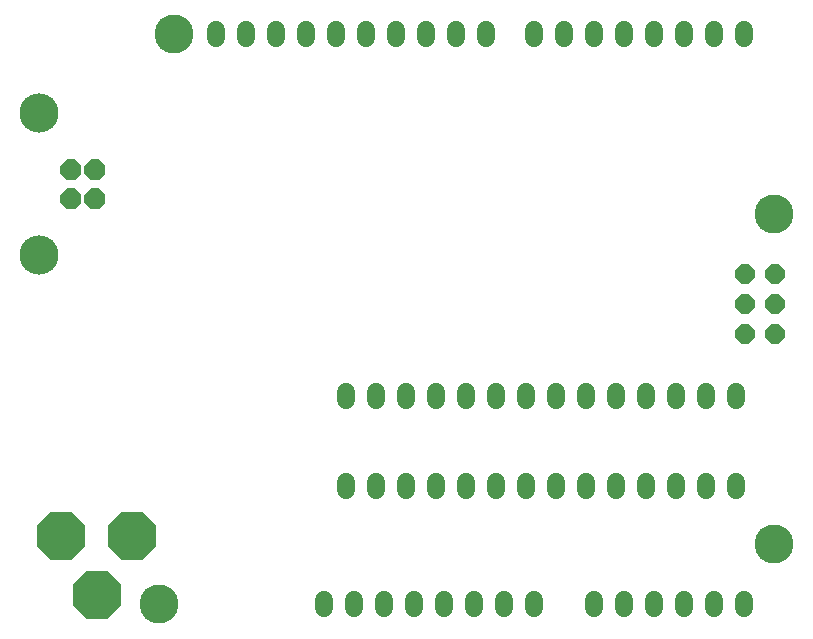
<source format=gbs>
G75*
G70*
%OFA0B0*%
%FSLAX25Y25*%
%IPPOS*%
%LPD*%
%AMOC8*
5,1,8,0,0,1.08239X$1,22.5*
%
%ADD10C,0.12998*%
%ADD11C,0.06000*%
%ADD12OC8,0.06502*%
%ADD13OC8,0.16148*%
%ADD14C,0.08077*%
%ADD15OC8,0.07000*%
%ADD16C,0.13061*%
D10*
X0081461Y0013250D03*
X0286461Y0033250D03*
X0286461Y0143250D03*
X0086461Y0203250D03*
D11*
X0100461Y0204650D02*
X0100461Y0201850D01*
X0110461Y0201850D02*
X0110461Y0204650D01*
X0120461Y0204650D02*
X0120461Y0201850D01*
X0130461Y0201850D02*
X0130461Y0204650D01*
X0140461Y0204650D02*
X0140461Y0201850D01*
X0150461Y0201850D02*
X0150461Y0204650D01*
X0160461Y0204650D02*
X0160461Y0201850D01*
X0170461Y0201850D02*
X0170461Y0204650D01*
X0180461Y0204650D02*
X0180461Y0201850D01*
X0190461Y0201850D02*
X0190461Y0204650D01*
X0206461Y0204650D02*
X0206461Y0201850D01*
X0216461Y0201850D02*
X0216461Y0204650D01*
X0226461Y0204650D02*
X0226461Y0201850D01*
X0236461Y0201850D02*
X0236461Y0204650D01*
X0246461Y0204650D02*
X0246461Y0201850D01*
X0256461Y0201850D02*
X0256461Y0204650D01*
X0266461Y0204650D02*
X0266461Y0201850D01*
X0276461Y0201850D02*
X0276461Y0204650D01*
X0273961Y0084150D02*
X0273961Y0081350D01*
X0263961Y0081350D02*
X0263961Y0084150D01*
X0253961Y0084150D02*
X0253961Y0081350D01*
X0243961Y0081350D02*
X0243961Y0084150D01*
X0233961Y0084150D02*
X0233961Y0081350D01*
X0223961Y0081350D02*
X0223961Y0084150D01*
X0213961Y0084150D02*
X0213961Y0081350D01*
X0203961Y0081350D02*
X0203961Y0084150D01*
X0193961Y0084150D02*
X0193961Y0081350D01*
X0183961Y0081350D02*
X0183961Y0084150D01*
X0173961Y0084150D02*
X0173961Y0081350D01*
X0163961Y0081350D02*
X0163961Y0084150D01*
X0153961Y0084150D02*
X0153961Y0081350D01*
X0143961Y0081350D02*
X0143961Y0084150D01*
X0143961Y0054150D02*
X0143961Y0051350D01*
X0153961Y0051350D02*
X0153961Y0054150D01*
X0163961Y0054150D02*
X0163961Y0051350D01*
X0173961Y0051350D02*
X0173961Y0054150D01*
X0183961Y0054150D02*
X0183961Y0051350D01*
X0193961Y0051350D02*
X0193961Y0054150D01*
X0203961Y0054150D02*
X0203961Y0051350D01*
X0213961Y0051350D02*
X0213961Y0054150D01*
X0223961Y0054150D02*
X0223961Y0051350D01*
X0233961Y0051350D02*
X0233961Y0054150D01*
X0243961Y0054150D02*
X0243961Y0051350D01*
X0253961Y0051350D02*
X0253961Y0054150D01*
X0263961Y0054150D02*
X0263961Y0051350D01*
X0273961Y0051350D02*
X0273961Y0054150D01*
X0276461Y0014650D02*
X0276461Y0011850D01*
X0266461Y0011850D02*
X0266461Y0014650D01*
X0256461Y0014650D02*
X0256461Y0011850D01*
X0246461Y0011850D02*
X0246461Y0014650D01*
X0236461Y0014650D02*
X0236461Y0011850D01*
X0226461Y0011850D02*
X0226461Y0014650D01*
X0206461Y0014650D02*
X0206461Y0011850D01*
X0196461Y0011850D02*
X0196461Y0014650D01*
X0186461Y0014650D02*
X0186461Y0011850D01*
X0176461Y0011850D02*
X0176461Y0014650D01*
X0166461Y0014650D02*
X0166461Y0011850D01*
X0156461Y0011850D02*
X0156461Y0014650D01*
X0146461Y0014650D02*
X0146461Y0011850D01*
X0136461Y0011850D02*
X0136461Y0014650D01*
D12*
X0276961Y0103250D03*
X0286961Y0103250D03*
X0286961Y0113250D03*
X0276961Y0113250D03*
X0276961Y0123250D03*
X0286961Y0123250D03*
D13*
X0072461Y0035950D03*
X0048861Y0035950D03*
X0060661Y0016250D03*
D14*
X0057661Y0016250D03*
X0063661Y0016250D03*
X0072461Y0032950D03*
X0072461Y0038950D03*
X0048861Y0038950D03*
X0048861Y0032950D03*
D15*
X0052130Y0148329D03*
X0060004Y0148329D03*
X0060004Y0158171D03*
X0052130Y0158171D03*
D16*
X0041461Y0176872D03*
X0041461Y0129628D03*
M02*

</source>
